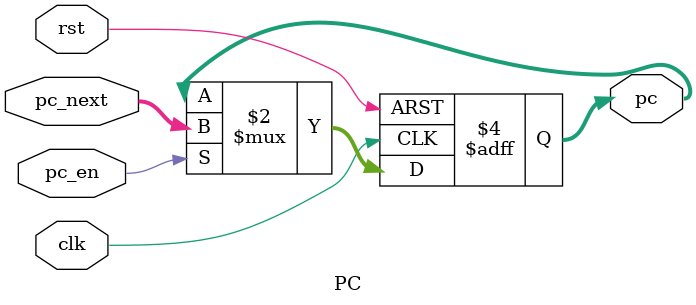
<source format=sv>
module PC(
    //input port
    input        clk,
    input        rst,
    input        pc_en,
    input [31:0] pc_next,

    //output port
    // output reg [31:0] pc_next,
    output reg [31:0] pc
);

always@(posedge clk or posedge rst) begin
    if(rst) pc <= 32'h00000000;
    else begin
        if(pc_en)
            pc <= pc_next;
    end
end


endmodule
</source>
